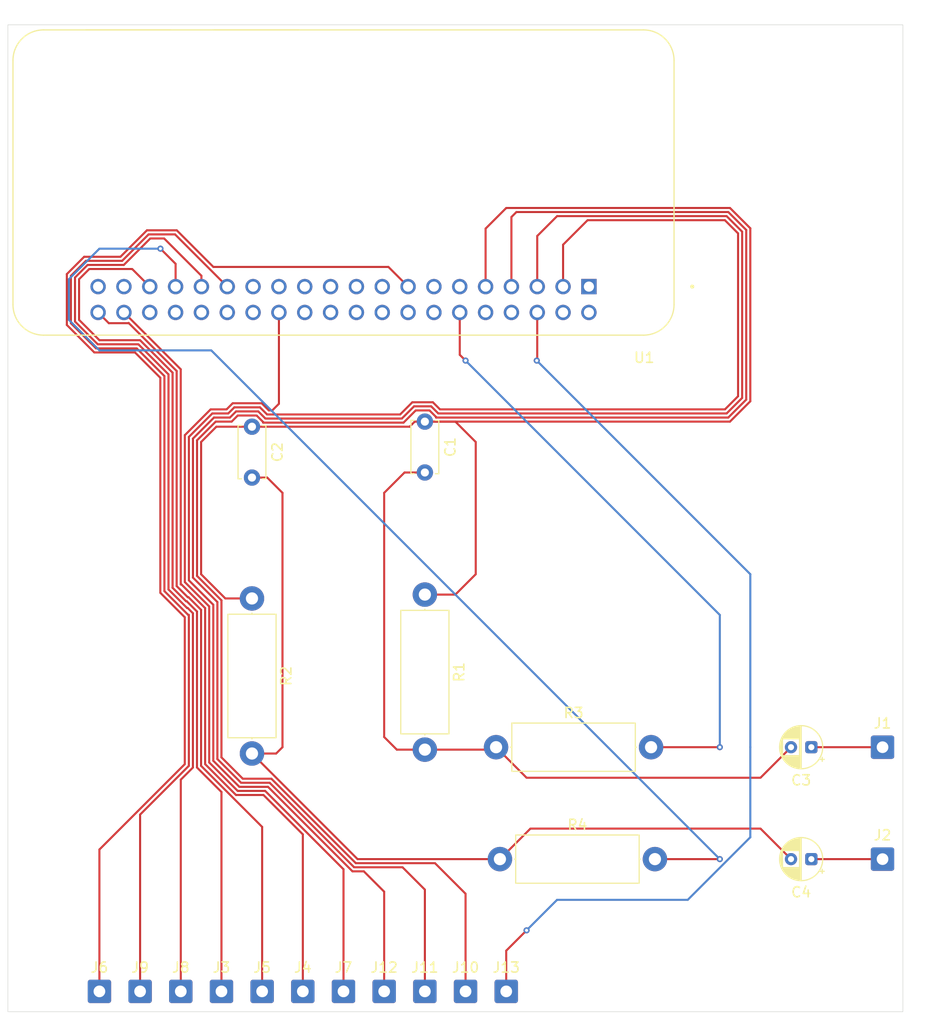
<source format=kicad_pcb>
(kicad_pcb (version 20241229) (generator "pcbnew") (generator_version "9.0")
  (layers (0 "F.Cu" signal) (2 "B.Cu" signal) (13 "F.Paste" user) (15 "B.Paste" user) (5 "F.SilkS" user "F.Silkscreen") (7 "B.SilkS" user "B.Silkscreen") (1 "F.Mask" user) (3 "B.Mask" user) (25 "Edge.Cuts" user))
  (net 0 "")
  (net 1 "Net-(C1-Pad2)")
  (net 2 "Net-(U1-GND_9)")
  (net 3 "Net-(C2-Pad2)")
  (net 4 "Net-(J1-Pin_1)")
  (net 5 "Net-(J2-Pin_1)")
  (net 6 "Net-(J3-Pin_1)")
  (net 7 "Net-(J4-Pin_1)")
  (net 8 "Net-(J5-Pin_1)")
  (net 9 "Net-(J6-Pin_1)")
  (net 10 "Net-(J7-Pin_1)")
  (net 11 "Net-(J8-Pin_1)")
  (net 12 "Net-(J9-Pin_1)")
  (net 13 "Net-(J10-Pin_1)")
  (net 14 "Net-(J11-Pin_1)")
  (net 15 "Net-(J12-Pin_1)")
  (net 16 "GND")
  (net 17 "Net-(U1-GPIO18{slash}GPIO_GEN1)")
  (net 18 "Net-(U1-GPIO13)")
  (net 41 "+5V")
  (footprint "Connector_Wire:SolderWire-0.5sqmm_1x01_D0.9mm_OD2.3mm" (layer "F.Cu") (at 132 133)
    (property "Reference" "J8" (at 0 -2.35 0) (layer "F.SilkS"))
    (property "Value" "Conn_01x01_Pin")
    (pad "1" thru_hole roundrect (at 0 0) (size 2.3 2.3) (drill 1.15) (layers "*.Cu" "*.Mask") (roundrect_rratio 0.108696) (net 11 "Net-(J8-Pin_1)"))
  )
  (footprint "Capacitor_THT:C_Disc_D5.0mm_W2.5mm_P5.00mm" (layer "F.Cu") (at 139 77.5 -90)
    (property "Reference" "C2" (at 2.5 -2.5 90) (layer "F.SilkS"))
    (property "Value" "0.01 uf")
    (pad "1" thru_hole circle (at 0 0 270) (size 1.6 1.6) (drill 0.8) (layers "*.Cu" "*.Mask") (net 2 "Net-(U1-GND_9)"))
    (pad "2" thru_hole circle (at 5 0 270) (size 1.6 1.6) (drill 0.8) (layers "*.Cu" "*.Mask") (net 3 "Net-(C2-Pad2)"))
  )
  (footprint "Capacitor_THT:CP_Radial_D4.0mm_P2.00mm" (layer "F.Cu") (at 194 109 180)
    (property "Reference" "C3" (at 1 -3.25 0) (layer "F.SilkS"))
    (property "Value" "10 uf")
    (pad "1" thru_hole roundrect (at 0 0 180) (size 1.2 1.2) (drill 0.6) (layers "*.Cu" "*.Mask") (roundrect_rratio 0.208333) (net 4 "Net-(J1-Pin_1)"))
    (pad "2" thru_hole circle (at 2 0 180) (size 1.2 1.2) (drill 0.6) (layers "*.Cu" "*.Mask") (net 1 "Net-(C1-Pad2)"))
  )
  (footprint "Connector_Wire:SolderWire-0.5sqmm_1x01_D0.9mm_OD2.3mm" (layer "F.Cu") (at 124 133)
    (property "Reference" "J6" (at 0 -2.35 0) (layer "F.SilkS"))
    (property "Value" "Conn_01x01_Pin")
    (pad "1" thru_hole roundrect (at 0 0) (size 2.3 2.3) (drill 1.15) (layers "*.Cu" "*.Mask") (roundrect_rratio 0.108696) (net 9 "Net-(J6-Pin_1)"))
  )
  (footprint "Connector_Wire:SolderWire-0.5sqmm_1x01_D0.9mm_OD2.3mm" (layer "F.Cu") (at 164 133)
    (property "Reference" "J13" (at 0 -2.35 0) (layer "F.SilkS"))
    (property "Value" "Conn_01x01_Pin")
    (pad "1" thru_hole roundrect (at 0 0) (size 2.3 2.3) (drill 1.15) (layers "*.Cu" "*.Mask") (roundrect_rratio 0.108696) (net 16 "GND"))
  )
  (footprint "Connector_Wire:SolderWire-0.5sqmm_1x01_D0.9mm_OD2.3mm" (layer "F.Cu") (at 136 133)
    (property "Reference" "J3" (at 0 -2.35 0) (layer "F.SilkS"))
    (property "Value" "Conn_01x01_Pin")
    (pad "1" thru_hole roundrect (at 0 0) (size 2.3 2.3) (drill 1.15) (layers "*.Cu" "*.Mask") (roundrect_rratio 0.108696) (net 6 "Net-(J3-Pin_1)"))
  )
  (footprint "Connector_Wire:SolderWire-0.5sqmm_1x01_D0.9mm_OD2.3mm" (layer "F.Cu") (at 156 133)
    (property "Reference" "J11" (at 0 -2.35 0) (layer "F.SilkS"))
    (property "Value" "Conn_01x01_Pin")
    (pad "1" thru_hole roundrect (at 0 0) (size 2.3 2.3) (drill 1.15) (layers "*.Cu" "*.Mask") (roundrect_rratio 0.108696) (net 14 "Net-(J11-Pin_1)"))
  )
  (footprint "Connector_Wire:SolderWire-0.5sqmm_1x01_D0.9mm_OD2.3mm" (layer "F.Cu") (at 152 133)
    (property "Reference" "J12" (at 0 -2.35 0) (layer "F.SilkS"))
    (property "Value" "Conn_01x01_Pin")
    (pad "1" thru_hole roundrect (at 0 0) (size 2.3 2.3) (drill 1.15) (layers "*.Cu" "*.Mask") (roundrect_rratio 0.108696) (net 15 "Net-(J12-Pin_1)"))
  )
  (footprint "Resistor_THT:R_Axial_DIN0414_L11.9mm_D4.5mm_P15.24mm_Horizontal" (layer "F.Cu") (at 163.38 120)
    (property "Reference" "R4" (at 7.62 -3.37 0) (layer "F.SilkS"))
    (property "Value" "270 Ohm")
    (pad "1" thru_hole circle (at 0 0) (size 2.4 2.4) (drill 1.2) (layers "*.Cu" "*.Mask") (net 3 "Net-(C2-Pad2)"))
    (pad "2" thru_hole circle (at 15.24 0) (size 2.4 2.4) (drill 1.2) (layers "*.Cu" "*.Mask") (net 18 "Net-(U1-GPIO13)"))
  )
  (footprint "Connector_Wire:SolderWire-0.5sqmm_1x01_D0.9mm_OD2.3mm" (layer "F.Cu") (at 128 133)
    (property "Reference" "J9" (at 0 -2.35 0) (layer "F.SilkS"))
    (property "Value" "Conn_01x01_Pin")
    (pad "1" thru_hole roundrect (at 0 0) (size 2.3 2.3) (drill 1.15) (layers "*.Cu" "*.Mask") (roundrect_rratio 0.108696) (net 12 "Net-(J9-Pin_1)"))
  )
  (footprint "Connector_Wire:SolderWire-0.5sqmm_1x01_D0.9mm_OD2.3mm" (layer "F.Cu") (at 140 133)
    (property "Reference" "J5" (at 0 -2.35 0) (layer "F.SilkS"))
    (property "Value" "Conn_01x01_Pin")
    (pad "1" thru_hole roundrect (at 0 0) (size 2.3 2.3) (drill 1.15) (layers "*.Cu" "*.Mask") (roundrect_rratio 0.108696) (net 8 "Net-(J5-Pin_1)"))
  )
  (footprint "Resistor_THT:R_Axial_DIN0414_L11.9mm_D4.5mm_P15.24mm_Horizontal" (layer "F.Cu") (at 156 94 -90)
    (property "Reference" "R1" (at 7.62 -3.37 90) (layer "F.SilkS"))
    (property "Value" "150 Ohm")
    (pad "1" thru_hole circle (at 0 0 270) (size 2.4 2.4) (drill 1.2) (layers "*.Cu" "*.Mask") (net 2 "Net-(U1-GND_9)"))
    (pad "2" thru_hole circle (at 15.24 0 270) (size 2.4 2.4) (drill 1.2) (layers "*.Cu" "*.Mask") (net 1 "Net-(C1-Pad2)"))
  )
  (footprint "Connector_Wire:SolderWire-0.5sqmm_1x01_D0.9mm_OD2.3mm" (layer "F.Cu") (at 160 133)
    (property "Reference" "J10" (at 0 -2.35 0) (layer "F.SilkS"))
    (property "Value" "Conn_01x01_Pin")
    (pad "1" thru_hole roundrect (at 0 0) (size 2.3 2.3) (drill 1.15) (layers "*.Cu" "*.Mask") (roundrect_rratio 0.108696) (net 13 "Net-(J10-Pin_1)"))
  )
  (footprint "Connector_Wire:SolderWire-0.5sqmm_1x01_D0.9mm_OD2.3mm" (layer "F.Cu") (at 148 133)
    (property "Reference" "J7" (at 0 -2.35 0) (layer "F.SilkS"))
    (property "Value" "Conn_01x01_Pin")
    (pad "1" thru_hole roundrect (at 0 0) (size 2.3 2.3) (drill 1.15) (layers "*.Cu" "*.Mask") (roundrect_rratio 0.108696) (net 10 "Net-(J7-Pin_1)"))
  )
  (footprint "Connector_Wire:SolderWire-0.5sqmm_1x01_D0.9mm_OD2.3mm" (layer "F.Cu") (at 201 109)
    (property "Reference" "J1" (at 0 -2.35 0) (layer "F.SilkS"))
    (property "Value" "Conn_01x01_Pin")
    (pad "1" thru_hole roundrect (at 0 0) (size 2.3 2.3) (drill 1.15) (layers "*.Cu" "*.Mask") (roundrect_rratio 0.108696) (net 4 "Net-(J1-Pin_1)"))
  )
  (footprint "Capacitor_THT:C_Disc_D5.0mm_W2.5mm_P5.00mm" (layer "F.Cu") (at 156 77 -90)
    (property "Reference" "C1" (at 2.5 -2.5 90) (layer "F.SilkS"))
    (property "Value" "0.01 uf")
    (pad "1" thru_hole circle (at 0 0 270) (size 1.6 1.6) (drill 0.8) (layers "*.Cu" "*.Mask") (net 2 "Net-(U1-GND_9)"))
    (pad "2" thru_hole circle (at 5 0 270) (size 1.6 1.6) (drill 0.8) (layers "*.Cu" "*.Mask") (net 1 "Net-(C1-Pad2)"))
  )
  (footprint "Connector_Wire:SolderWire-0.5sqmm_1x01_D0.9mm_OD2.3mm" (layer "F.Cu") (at 144 133)
    (property "Reference" "J4" (at 0 -2.35 0) (layer "F.SilkS"))
    (property "Value" "Conn_01x01_Pin")
    (pad "1" thru_hole roundrect (at 0 0) (size 2.3 2.3) (drill 1.15) (layers "*.Cu" "*.Mask") (roundrect_rratio 0.108696) (net 7 "Net-(J4-Pin_1)"))
  )
  (footprint "Connector_Wire:SolderWire-0.5sqmm_1x01_D0.9mm_OD2.3mm" (layer "F.Cu") (at 201 120)
    (property "Reference" "J2" (at 0 -2.35 0) (layer "F.SilkS"))
    (property "Value" "Conn_01x01_Pin")
    (pad "1" thru_hole roundrect (at 0 0) (size 2.3 2.3) (drill 1.15) (layers "*.Cu" "*.Mask") (roundrect_rratio 0.108696) (net 5 "Net-(J2-Pin_1)"))
  )
  (footprint "Resistor_THT:R_Axial_DIN0414_L11.9mm_D4.5mm_P15.24mm_Horizontal" (layer "F.Cu") (at 163 109)
    (property "Reference" "R3" (at 7.62 -3.37 0) (layer "F.SilkS"))
    (property "Value" "270 Ohm")
    (pad "1" thru_hole circle (at 0 0) (size 2.4 2.4) (drill 1.2) (layers "*.Cu" "*.Mask") (net 1 "Net-(C1-Pad2)"))
    (pad "2" thru_hole circle (at 15.24 0) (size 2.4 2.4) (drill 1.2) (layers "*.Cu" "*.Mask") (net 17 "Net-(U1-GPIO18{slash}GPIO_GEN1)"))
  )
  (footprint "RASPBERRY_PI_ZERO_2_W:MODULE_RASPBERRY_PI_ZERO_2_W" (layer "F.Cu") (at 148 53.5 180)
    (property "Reference" "U1" (at -29.569 -17.2162 0) (layer "F.SilkS") (effects (font (size 1.00189 1.00189))))
    (property "Value" "RASPBERRY_PI_ZERO_2_W")
    (pad "" np_thru_hole circle (at -29 -11.5 180) (size 2.75 2.75) (drill 2.75) (layers "*.Cu" "*.Mask"))
    (pad "" np_thru_hole circle (at -29 11.5 180) (size 2.75 2.75) (drill 2.75) (layers "*.Cu" "*.Mask"))
    (pad "" np_thru_hole circle (at 29 -11.5 180) (size 2.75 2.75) (drill 2.75) (layers "*.Cu" "*.Mask"))
    (pad "" np_thru_hole circle (at 29 11.5 180) (size 2.75 2.75) (drill 2.75) (layers "*.Cu" "*.Mask"))
    (pad "1" thru_hole rect (at -24.13 -10.23 180) (size 1.508 1.508) (drill 1) (layers "*.Cu" "*.Mask"))
    (pad "2" thru_hole circle (at -24.13 -12.77 180) (size 1.508 1.508) (drill 1) (layers "*.Cu" "*.Mask") (net 41 "+5V"))
    (pad "3" thru_hole circle (at -21.59 -10.23 180) (size 1.508 1.508) (drill 1) (layers "*.Cu" "*.Mask") (net 15 "Net-(J12-Pin_1)"))
    (pad "4" thru_hole circle (at -21.59 -12.77 180) (size 1.508 1.508) (drill 1) (layers "*.Cu" "*.Mask"))
    (pad "5" thru_hole circle (at -19.05 -10.23 180) (size 1.508 1.508) (drill 1) (layers "*.Cu" "*.Mask") (net 14 "Net-(J11-Pin_1)"))
    (pad "6" thru_hole circle (at -19.05 -12.77 180) (size 1.508 1.508) (drill 1) (layers "*.Cu" "*.Mask") (net 16 "GND"))
    (pad "7" thru_hole circle (at -16.51 -10.23 180) (size 1.508 1.508) (drill 1) (layers "*.Cu" "*.Mask") (net 13 "Net-(J10-Pin_1)"))
    (pad "8" thru_hole circle (at -16.51 -12.77 180) (size 1.508 1.508) (drill 1) (layers "*.Cu" "*.Mask"))
    (pad "9" thru_hole circle (at -13.97 -10.23 180) (size 1.508 1.508) (drill 1) (layers "*.Cu" "*.Mask") (net 2 "Net-(U1-GND_9)"))
    (pad "10" thru_hole circle (at -13.97 -12.77 180) (size 1.508 1.508) (drill 1) (layers "*.Cu" "*.Mask"))
    (pad "11" thru_hole circle (at -11.43 -10.23 180) (size 1.508 1.508) (drill 1) (layers "*.Cu" "*.Mask"))
    (pad "12" thru_hole circle (at -11.43 -12.77 180) (size 1.508 1.508) (drill 1) (layers "*.Cu" "*.Mask") (net 17 "Net-(U1-GPIO18{slash}GPIO_GEN1)"))
    (pad "13" thru_hole circle (at -8.89 -10.23 180) (size 1.508 1.508) (drill 1) (layers "*.Cu" "*.Mask"))
    (pad "14" thru_hole circle (at -8.89 -12.77 180) (size 1.508 1.508) (drill 1) (layers "*.Cu" "*.Mask"))
    (pad "15" thru_hole circle (at -6.35 -10.23 180) (size 1.508 1.508) (drill 1) (layers "*.Cu" "*.Mask") (net 9 "Net-(J6-Pin_1)"))
    (pad "16" thru_hole circle (at -6.35 -12.77 180) (size 1.508 1.508) (drill 1) (layers "*.Cu" "*.Mask"))
    (pad "17" thru_hole circle (at -3.81 -10.23 180) (size 1.508 1.508) (drill 1) (layers "*.Cu" "*.Mask"))
    (pad "18" thru_hole circle (at -3.81 -12.77 180) (size 1.508 1.508) (drill 1) (layers "*.Cu" "*.Mask"))
    (pad "19" thru_hole circle (at -1.27 -10.23 180) (size 1.508 1.508) (drill 1) (layers "*.Cu" "*.Mask"))
    (pad "20" thru_hole circle (at -1.27 -12.77 180) (size 1.508 1.508) (drill 1) (layers "*.Cu" "*.Mask"))
    (pad "21" thru_hole circle (at 1.27 -10.23 180) (size 1.508 1.508) (drill 1) (layers "*.Cu" "*.Mask"))
    (pad "22" thru_hole circle (at 1.27 -12.77 180) (size 1.508 1.508) (drill 1) (layers "*.Cu" "*.Mask"))
    (pad "23" thru_hole circle (at 3.81 -10.23 180) (size 1.508 1.508) (drill 1) (layers "*.Cu" "*.Mask"))
    (pad "24" thru_hole circle (at 3.81 -12.77 180) (size 1.508 1.508) (drill 1) (layers "*.Cu" "*.Mask"))
    (pad "25" thru_hole circle (at 6.35 -10.23 180) (size 1.508 1.508) (drill 1) (layers "*.Cu" "*.Mask"))
    (pad "26" thru_hole circle (at 6.35 -12.77 180) (size 1.508 1.508) (drill 1) (layers "*.Cu" "*.Mask") (net 10 "Net-(J7-Pin_1)"))
    (pad "27" thru_hole circle (at 8.89 -10.23 180) (size 1.508 1.508) (drill 1) (layers "*.Cu" "*.Mask"))
    (pad "28" thru_hole circle (at 8.89 -12.77 180) (size 1.508 1.508) (drill 1) (layers "*.Cu" "*.Mask"))
    (pad "29" thru_hole circle (at 11.43 -10.23 180) (size 1.508 1.508) (drill 1) (layers "*.Cu" "*.Mask") (net 12 "Net-(J9-Pin_1)"))
    (pad "30" thru_hole circle (at 11.43 -12.77 180) (size 1.508 1.508) (drill 1) (layers "*.Cu" "*.Mask"))
    (pad "31" thru_hole circle (at 13.97 -10.23 180) (size 1.508 1.508) (drill 1) (layers "*.Cu" "*.Mask") (net 11 "Net-(J8-Pin_1)"))
    (pad "32" thru_hole circle (at 13.97 -12.77 180) (size 1.508 1.508) (drill 1) (layers "*.Cu" "*.Mask"))
    (pad "33" thru_hole circle (at 16.51 -10.23 180) (size 1.508 1.508) (drill 1) (layers "*.Cu" "*.Mask") (net 18 "Net-(U1-GPIO13)"))
    (pad "34" thru_hole circle (at 16.51 -12.77 180) (size 1.508 1.508) (drill 1) (layers "*.Cu" "*.Mask"))
    (pad "35" thru_hole circle (at 19.05 -10.23 180) (size 1.508 1.508) (drill 1) (layers "*.Cu" "*.Mask") (net 6 "Net-(J3-Pin_1)"))
    (pad "36" thru_hole circle (at 19.05 -12.77 180) (size 1.508 1.508) (drill 1) (layers "*.Cu" "*.Mask"))
    (pad "37" thru_hole circle (at 21.59 -10.23 180) (size 1.508 1.508) (drill 1) (layers "*.Cu" "*.Mask"))
    (pad "38" thru_hole circle (at 21.59 -12.77 180) (size 1.508 1.508) (drill 1) (layers "*.Cu" "*.Mask") (net 7 "Net-(J4-Pin_1)"))
    (pad "39" thru_hole circle (at 24.13 -10.23 180) (size 1.508 1.508) (drill 1) (layers "*.Cu" "*.Mask"))
    (pad "40" thru_hole circle (at 24.13 -12.77 180) (size 1.508 1.508) (drill 1) (layers "*.Cu" "*.Mask") (net 8 "Net-(J5-Pin_1)"))
  )
  (footprint "Capacitor_THT:CP_Radial_D4.0mm_P2.00mm" (layer "F.Cu") (at 194 120 180)
    (property "Reference" "C4" (at 1 -3.25 0) (layer "F.SilkS"))
    (property "Value" "10 uf")
    (pad "1" thru_hole roundrect (at 0 0 180) (size 1.2 1.2) (drill 0.6) (layers "*.Cu" "*.Mask") (roundrect_rratio 0.208333) (net 5 "Net-(J2-Pin_1)"))
    (pad "2" thru_hole circle (at 2 0 180) (size 1.2 1.2) (drill 0.6) (layers "*.Cu" "*.Mask") (net 3 "Net-(C2-Pad2)"))
  )
  (footprint "Resistor_THT:R_Axial_DIN0414_L11.9mm_D4.5mm_P15.24mm_Horizontal" (layer "F.Cu") (at 139 94.38 -90)
    (property "Reference" "R2" (at 7.62 -3.37 90) (layer "F.SilkS"))
    (property "Value" "150 Ohm")
    (pad "1" thru_hole circle (at 0 0 270) (size 2.4 2.4) (drill 1.2) (layers "*.Cu" "*.Mask") (net 2 "Net-(U1-GND_9)"))
    (pad "2" thru_hole circle (at 15.24 0 270) (size 2.4 2.4) (drill 1.2) (layers "*.Cu" "*.Mask") (net 3 "Net-(C2-Pad2)"))
  )
  (gr_rect (start 115 38) (end 203 135) (stroke (width 0.05)) (fill no) (layer "Edge.Cuts"))
  (segment (start 152 84) (end 152 108) (width 0.2) (layer "F.Cu") (net 1))
  (segment (start 156 109.24) (end 162.76 109.24) (width 0.2) (layer "F.Cu") (net 1))
  (segment (start 153.24 109.24) (end 156 109.24) (width 0.2) (layer "F.Cu") (net 1))
  (segment (start 166 112) (end 189 112) (width 0.2) (layer "F.Cu") (net 1))
  (segment (start 162.76 109.24) (end 163 109) (width 0.2) (layer "F.Cu") (net 1))
  (segment (start 189 112) (end 192 109) (width 0.2) (layer "F.Cu") (net 1))
  (segment (start 163 109) (end 166 112) (width 0.2) (layer "F.Cu") (net 1))
  (segment (start 154 82) (end 152 84) (width 0.2) (layer "F.Cu") (net 1))
  (segment (start 156 82) (end 154 82) (width 0.2) (layer "F.Cu") (net 1))
  (segment (start 152 108) (end 153.24 109.24) (width 0.2) (layer "F.Cu") (net 1))
  (segment (start 139 77.5) (end 135.5 77.5) (width 0.2) (layer "F.Cu") (net 2))
  (segment (start 161 92) (end 159 94) (width 0.2) (layer "F.Cu") (net 2))
  (segment (start 155 77) (end 154.5 77.5) (width 0.2) (layer "F.Cu") (net 2))
  (segment (start 161 79) (end 161 92) (width 0.2) (layer "F.Cu") (net 2))
  (segment (start 134 92) (end 136.38 94.38) (width 0.2) (layer "F.Cu") (net 2))
  (segment (start 186 56) (end 188 58) (width 0.2) (layer "F.Cu") (net 2))
  (segment (start 186 77) (end 156 77) (width 0.2) (layer "F.Cu") (net 2))
  (segment (start 135.5 77.5) (end 134 79) (width 0.2) (layer "F.Cu") (net 2))
  (segment (start 156 77) (end 155 77) (width 0.2) (layer "F.Cu") (net 2))
  (segment (start 159 94) (end 156 94) (width 0.2) (layer "F.Cu") (net 2))
  (segment (start 136.38 94.38) (end 139 94.38) (width 0.2) (layer "F.Cu") (net 2))
  (segment (start 159 77) (end 161 79) (width 0.2) (layer "F.Cu") (net 2))
  (segment (start 188 58) (end 188 75) (width 0.2) (layer "F.Cu") (net 2))
  (segment (start 156 77) (end 159 77) (width 0.2) (layer "F.Cu") (net 2))
  (segment (start 164 56) (end 186 56) (width 0.2) (layer "F.Cu") (net 2))
  (segment (start 154.5 77.5) (end 139 77.5) (width 0.2) (layer "F.Cu") (net 2))
  (segment (start 161.97 63.73) (end 161.97 58.03) (width 0.2) (layer "F.Cu") (net 2))
  (segment (start 188 75) (end 186 77) (width 0.2) (layer "F.Cu") (net 2))
  (segment (start 161.97 58.03) (end 164 56) (width 0.2) (layer "F.Cu") (net 2))
  (segment (start 134 79) (end 134 92) (width 0.2) (layer "F.Cu") (net 2))
  (segment (start 163.38 120) (end 166.38 117) (width 0.2) (layer "F.Cu") (net 3))
  (segment (start 163.38 120) (end 149.38 120) (width 0.2) (layer "F.Cu") (net 3))
  (segment (start 140.5 82.5) (end 142 84) (width 0.2) (layer "F.Cu") (net 3))
  (segment (start 142 109) (end 141.38 109.62) (width 0.2) (layer "F.Cu") (net 3))
  (segment (start 166.38 117) (end 189 117) (width 0.2) (layer "F.Cu") (net 3))
  (segment (start 139 82.5) (end 140.5 82.5) (width 0.2) (layer "F.Cu") (net 3))
  (segment (start 189 117) (end 192 120) (width 0.2) (layer "F.Cu") (net 3))
  (segment (start 141.38 109.62) (end 139 109.62) (width 0.2) (layer "F.Cu") (net 3))
  (segment (start 142 84) (end 142 109) (width 0.2) (layer "F.Cu") (net 3))
  (segment (start 149.38 120) (end 139 109.62) (width 0.2) (layer "F.Cu") (net 3))
  (segment (start 194 109) (end 201 109) (width 0.2) (layer "F.Cu") (net 4))
  (segment (start 194 120) (end 201 120) (width 0.2) (layer "F.Cu") (net 5))
  (segment (start 129.0058 70) (end 131.193 72.1872) (width 0.2) (layer "F.Cu") (net 6))
  (segment (start 133.594 110.9966) (end 136 113.4026) (width 0.2) (layer "F.Cu") (net 6))
  (segment (start 122 67) (end 124 69) (width 0.2) (layer "F.Cu") (net 6))
  (segment (start 128.95 63.73) (end 127.22 62) (width 0.2) (layer "F.Cu") (net 6))
  (segment (start 122 63) (end 122 67) (width 0.2) (layer "F.Cu") (net 6))
  (segment (start 131.193 72.1872) (end 131.193 93.3272) (width 0.2) (layer "F.Cu") (net 6))
  (segment (start 123 62) (end 122 63) (width 0.2) (layer "F.Cu") (net 6))
  (segment (start 132.58225 94.65265) (end 133.594 95.6644) (width 0.2) (layer "F.Cu") (net 6))
  (segment (start 129 70) (end 129.0058 70) (width 0.2) (layer "F.Cu") (net 6))
  (segment (start 136 113.4026) (end 136 133) (width 0.2) (layer "F.Cu") (net 6))
  (segment (start 127.22 62) (end 123 62) (width 0.2) (layer "F.Cu") (net 6))
  (segment (start 124 69) (end 128 69) (width 0.2) (layer "F.Cu") (net 6))
  (segment (start 131.193 93.3272) (end 132.51845 94.65265) (width 0.2) (layer "F.Cu") (net 6))
  (segment (start 132.51845 94.65265) (end 132.58225 94.65265) (width 0.2) (layer "F.Cu") (net 6))
  (segment (start 128 69) (end 129 70) (width 0.2) (layer "F.Cu") (net 6))
  (segment (start 133.594 95.6644) (end 133.594 110.9966) (width 0.2) (layer "F.Cu") (net 6))
  (segment (start 134.396 95.3322) (end 134.396 110.6644) (width 0.2) (layer "F.Cu") (net 7))
  (segment (start 132.0638 93) (end 134.396 95.3322) (width 0.2) (layer "F.Cu") (net 7))
  (segment (start 134.396 110.6644) (end 137.42915 113.69755) (width 0.2) (layer "F.Cu") (net 7))
  (segment (start 131.995 71.855) (end 131.995 92.995) (width 0.2) (layer "F.Cu") (net 7))
  (segment (start 137.42915 113.69755) (end 140.13045 113.69755) (width 0.2) (layer "F.Cu") (net 7))
  (segment (start 131.995 92.995) (end 132 93) (width 0.2) (layer "F.Cu") (net 7))
  (segment (start 144 117.5671) (end 144 133) (width 0.2) (layer "F.Cu") (net 7))
  (segment (start 132 93) (end 132.0638 93) (width 0.2) (layer "F.Cu") (net 7))
  (segment (start 140.13045 113.69755) (end 144 117.5671) (width 0.2) (layer "F.Cu") (net 7))
  (segment (start 126.41 66.27) (end 131.995 71.855) (width 0.2) (layer "F.Cu") (net 7))
  (segment (start 126.872448 67.299548) (end 131.594 72.0211) (width 0.2) (layer "F.Cu") (net 8))
  (segment (start 131.594 72.0211) (end 131.594 93.1611) (width 0.2) (layer "F.Cu") (net 8))
  (segment (start 124.925 67.325) (end 126.846996 67.325) (width 0.2) (layer "F.Cu") (net 8))
  (segment (start 132.74835 94.25165) (end 133.995 95.4983) (width 0.2) (layer "F.Cu") (net 8))
  (segment (start 140 116.8355) (end 140 133) (width 0.2) (layer "F.Cu") (net 8))
  (segment (start 133.995 95.4983) (end 133.995 110.8305) (width 0.2) (layer "F.Cu") (net 8))
  (segment (start 123.87 66.27) (end 124.925 67.325) (width 0.2) (layer "F.Cu") (net 8))
  (segment (start 126.846996 67.325) (end 126.872448 67.299548) (width 0.2) (layer "F.Cu") (net 8))
  (segment (start 132.68455 94.25165) (end 132.74835 94.25165) (width 0.2) (layer "F.Cu") (net 8))
  (segment (start 131.594 93.1611) (end 132.68455 94.25165) (width 0.2) (layer "F.Cu") (net 8))
  (segment (start 133.995 110.8305) (end 140 116.8355) (width 0.2) (layer "F.Cu") (net 8))
  (segment (start 120.797 67.4983) (end 123.5017 70.203) (width 0.2) (layer "F.Cu") (net 9))
  (segment (start 126.0688 60.797) (end 122.5017 60.797) (width 0.2) (layer "F.Cu") (net 9))
  (segment (start 124 119.0588) (end 124 133) (width 0.2) (layer "F.Cu") (net 9))
  (segment (start 129.99 72.6913) (end 129.99 93.8255) (width 0.2) (layer "F.Cu") (net 9))
  (segment (start 120.797 62.5017) (end 120.797 67.4983) (width 0.2) (layer "F.Cu") (net 9))
  (segment (start 135.20355 61.79645) (end 131.6051 58.198) (width 0.2) (layer "F.Cu") (net 9))
  (segment (start 132.391 110.6678) (end 124 119.0588) (width 0.2) (layer "F.Cu") (net 9))
  (segment (start 122.5017 60.797) (end 120.797 62.5017) (width 0.2) (layer "F.Cu") (net 9))
  (segment (start 127.5017 70.203) (end 129.99 72.6913) (width 0.2) (layer "F.Cu") (net 9))
  (segment (start 123.5017 70.203) (end 127.5017 70.203) (width 0.2) (layer "F.Cu") (net 9))
  (segment (start 154.35 63.73) (end 152.41645 61.79645) (width 0.2) (layer "F.Cu") (net 9))
  (segment (start 129.99 93.8255) (end 132.391 96.2265) (width 0.2) (layer "F.Cu") (net 9))
  (segment (start 132.391 96.2265) (end 132.391 110.6678) (width 0.2) (layer "F.Cu") (net 9))
  (segment (start 152.41645 61.79645) (end 135.20355 61.79645) (width 0.2) (layer "F.Cu") (net 9))
  (segment (start 128.6678 58.198) (end 126.0688 60.797) (width 0.2) (layer "F.Cu") (net 9))
  (segment (start 131.6051 58.198) (end 128.6678 58.198) (width 0.2) (layer "F.Cu") (net 9))
  (segment (start 141 75.896) (end 140.65435 75.896) (width 0.2) (layer "F.Cu") (net 10))
  (segment (start 132.396 92.7651) (end 134.797 95.1661) (width 0.2) (layer "F.Cu") (net 10))
  (segment (start 140.65435 75.896) (end 139.95435 75.196) (width 0.2) (layer "F.Cu") (net 10))
  (segment (start 140.29655 113.29655) (end 148 121) (width 0.2) (layer "F.Cu") (net 10))
  (segment (start 141.65 75.246) (end 141 75.896) (width 0.2) (layer "F.Cu") (net 10))
  (segment (start 136.5017 75.797) (end 134.9346 75.797) (width 0.2) (layer "F.Cu") (net 10))
  (segment (start 139.95435 75.196) (end 137.1027 75.196) (width 0.2) (layer "F.Cu") (net 10))
  (segment (start 141.65 66.27) (end 141.65 75.246) (width 0.2) (layer "F.Cu") (net 10))
  (segment (start 132.396 78.3356) (end 132.396 92.7651) (width 0.2) (layer "F.Cu") (net 10))
  (segment (start 134.797 95.1661) (end 134.797 110.4983) (width 0.2) (layer "F.Cu") (net 10))
  (segment (start 134.797 110.4983) (end 137.59525 113.29655) (width 0.2) (layer "F.Cu") (net 10))
  (segment (start 134.9346 75.797) (end 132.396 78.3356) (width 0.2) (layer "F.Cu") (net 10))
  (segment (start 137.1027 75.196) (end 136.5017 75.797) (width 0.2) (layer "F.Cu") (net 10))
  (segment (start 137.59525 113.29655) (end 140.29655 113.29655) (width 0.2) (layer "F.Cu") (net 10))
  (segment (start 148 121) (end 148 133) (width 0.2) (layer "F.Cu") (net 10))
  (segment (start 134.03 62.663683) (end 130.366317 59) (width 0.2) (layer "F.Cu") (net 11))
  (segment (start 121.599 62.8339) (end 121.599 67.1661) (width 0.2) (layer "F.Cu") (net 11))
  (segment (start 130.366317 59) (end 129 59) (width 0.2) (layer "F.Cu") (net 11))
  (segment (start 132 112.193) (end 132 133) (width 0.2) (layer "F.Cu") (net 11))
  (segment (start 130.792 93.4933) (end 132.61745 95.31875) (width 0.2) (layer "F.Cu") (net 11))
  (segment (start 133.193 111) (end 132 112.193) (width 0.2) (layer "F.Cu") (net 11))
  (segment (start 133.193 95.8305) (end 133.193 111) (width 0.2) (layer "F.Cu") (net 11))
  (segment (start 127.8339 69.401) (end 130.792 72.3591) (width 0.2) (layer "F.Cu") (net 11))
  (segment (start 126.401 61.599) (end 122.8339 61.599) (width 0.2) (layer "F.Cu") (net 11))
  (segment (start 122.8339 61.599) (end 121.599 62.8339) (width 0.2) (layer "F.Cu") (net 11))
  (segment (start 123.8339 69.401) (end 127.8339 69.401) (width 0.2) (layer "F.Cu") (net 11))
  (segment (start 130.792 72.3591) (end 130.792 93.4933) (width 0.2) (layer "F.Cu") (net 11))
  (segment (start 129 59) (end 126.401 61.599) (width 0.2) (layer "F.Cu") (net 11))
  (segment (start 121.599 67.1661) (end 123.8339 69.401) (width 0.2) (layer "F.Cu") (net 11))
  (segment (start 132.61745 95.31875) (end 132.68125 95.31875) (width 0.2) (layer "F.Cu") (net 11))
  (segment (start 132.68125 95.31875) (end 133.193 95.8305) (width 0.2) (layer "F.Cu") (net 11))
  (segment (start 134.03 63.73) (end 134.03 62.663683) (width 0.2) (layer "F.Cu") (net 11))
  (segment (start 132.792 95.9966) (end 132.792 110.8339) (width 0.2) (layer "F.Cu") (net 12))
  (segment (start 130.391 93.6594) (end 132.7282 95.9966) (width 0.2) (layer "F.Cu") (net 12))
  (segment (start 131.439 58.599) (end 128.8339 58.599) (width 0.2) (layer "F.Cu") (net 12))
  (segment (start 128 115.6259) (end 128 133) (width 0.2) (layer "F.Cu") (net 12))
  (segment (start 121.198 67.3322) (end 123.6678 69.802) (width 0.2) (layer "F.Cu") (net 12))
  (segment (start 128.8339 58.599) (end 126.2349 61.198) (width 0.2) (layer "F.Cu") (net 12))
  (segment (start 122.6678 61.198) (end 121.198 62.6678) (width 0.2) (layer "F.Cu") (net 12))
  (segment (start 130.391 72.5252) (end 130.391 93.6594) (width 0.2) (layer "F.Cu") (net 12))
  (segment (start 132.7282 95.9966) (end 132.792 95.9966) (width 0.2) (layer "F.Cu") (net 12))
  (segment (start 126.2349 61.198) (end 122.6678 61.198) (width 0.2) (layer "F.Cu") (net 12))
  (segment (start 136.57 63.73) (end 131.439 58.599) (width 0.2) (layer "F.Cu") (net 12))
  (segment (start 132.792 110.8339) (end 128 115.6259) (width 0.2) (layer "F.Cu") (net 12))
  (segment (start 121.198 62.6678) (end 121.198 67.3322) (width 0.2) (layer "F.Cu") (net 12))
  (segment (start 123.6678 69.802) (end 127.6678 69.802) (width 0.2) (layer "F.Cu") (net 12))
  (segment (start 127.6678 69.802) (end 130.391 72.5252) (width 0.2) (layer "F.Cu") (net 12))
  (segment (start 149.2139 120.401) (end 157 120.401) (width 0.2) (layer "F.Cu") (net 13))
  (segment (start 156.45605 75.899) (end 155.101 75.899) (width 0.2) (layer "F.Cu") (net 13))
  (segment (start 140.101 77.04395) (end 139.45605 76.399) (width 0.2) (layer "F.Cu") (net 13))
  (segment (start 133.599 92.1661) (end 136 94.5671) (width 0.2) (layer "F.Cu") (net 13))
  (segment (start 135.4329 77) (end 133.599 78.8339) (width 0.2) (layer "F.Cu") (net 13))
  (segment (start 133.599 78.8339) (end 133.599 92.1661) (width 0.2) (layer "F.Cu") (net 13))
  (segment (start 157.101 76.54395) (end 156.45605 75.899) (width 0.2) (layer "F.Cu") (net 13))
  (segment (start 164.51 56.891) (end 165 56.401) (width 0.2) (layer "F.Cu") (net 13))
  (segment (start 140.90645 112.09355) (end 149.2139 120.401) (width 0.2) (layer "F.Cu") (net 13))
  (segment (start 185.8339 56.401) (end 187.599 58.1661) (width 0.2) (layer "F.Cu") (net 13))
  (segment (start 157.101 76.599) (end 157.101 76.54395) (width 0.2) (layer "F.Cu") (net 13))
  (segment (start 160 123.401) (end 160 133) (width 0.2) (layer "F.Cu") (net 13))
  (segment (start 164.51 63.73) (end 164.51 56.891) (width 0.2) (layer "F.Cu") (net 13))
  (segment (start 139.45605 76.399) (end 137.601 76.399) (width 0.2) (layer "F.Cu") (net 13))
  (segment (start 136 94.5671) (end 136 110) (width 0.2) (layer "F.Cu") (net 13))
  (segment (start 136 110) (end 138.09355 112.09355) (width 0.2) (layer "F.Cu") (net 13))
  (segment (start 138.09355 112.09355) (end 140.90645 112.09355) (width 0.2) (layer "F.Cu") (net 13))
  (segment (start 155.101 75.899) (end 153.901 77.099) (width 0.2) (layer "F.Cu") (net 13))
  (segment (start 187.599 74.8339) (end 185.8339 76.599) (width 0.2) (layer "F.Cu") (net 13))
  (segment (start 137.601 76.399) (end 137 77) (width 0.2) (layer "F.Cu") (net 13))
  (segment (start 140.101 77.099) (end 140.101 77.04395) (width 0.2) (layer "F.Cu") (net 13))
  (segment (start 185.8339 76.599) (end 157.101 76.599) (width 0.2) (layer "F.Cu") (net 13))
  (segment (start 157 120.401) (end 160 123.401) (width 0.2) (layer "F.Cu") (net 13))
  (segment (start 153.901 77.099) (end 140.101 77.099) (width 0.2) (layer "F.Cu") (net 13))
  (segment (start 137 77) (end 135.4329 77) (width 0.2) (layer "F.Cu") (net 13))
  (segment (start 165 56.401) (end 185.8339 56.401) (width 0.2) (layer "F.Cu") (net 13))
  (segment (start 187.599 58.1661) (end 187.599 74.8339) (width 0.2) (layer "F.Cu") (net 13))
  (segment (start 135.599 94.7332) (end 135.599 110.1661) (width 0.2) (layer "F.Cu") (net 14))
  (segment (start 167.05 58.752) (end 169 56.802) (width 0.2) (layer "F.Cu") (net 14))
  (segment (start 187.198 74.6678) (end 185.6678 76.198) (width 0.2) (layer "F.Cu") (net 14))
  (segment (start 135.599 110.1661) (end 137.92745 112.49455) (width 0.2) (layer "F.Cu") (net 14))
  (segment (start 157.32215 76.198) (end 156.62215 75.498) (width 0.2) (layer "F.Cu") (net 14))
  (segment (start 156.62215 75.498) (end 154.9349 75.498) (width 0.2) (layer "F.Cu") (net 14))
  (segment (start 149.0478 120.802) (end 153.802 120.802) (width 0.2) (layer "F.Cu") (net 14))
  (segment (start 154.9349 75.498) (end 153.7349 76.698) (width 0.2) (layer "F.Cu") (net 14))
  (segment (start 185.6678 56.802) (end 187.198 58.3322) (width 0.2) (layer "F.Cu") (net 14))
  (segment (start 156 123) (end 156 133) (width 0.2) (layer "F.Cu") (net 14))
  (segment (start 153.802 120.802) (end 156 123) (width 0.2) (layer "F.Cu") (net 14))
  (segment (start 185.6678 76.198) (end 157.32215 76.198) (width 0.2) (layer "F.Cu") (net 14))
  (segment (start 135.2668 76.599) (end 133.198 78.6678) (width 0.2) (layer "F.Cu") (net 14))
  (segment (start 140.32215 76.698) (end 139.62215 75.998) (width 0.2) (layer "F.Cu") (net 14))
  (segment (start 136.8339 76.599) (end 135.2668 76.599) (width 0.2) (layer "F.Cu") (net 14))
  (segment (start 133.198 92.3322) (end 135.599 94.7332) (width 0.2) (layer "F.Cu") (net 14))
  (segment (start 139.62215 75.998) (end 137.4349 75.998) (width 0.2) (layer "F.Cu") (net 14))
  (segment (start 169 56.802) (end 185.6678 56.802) (width 0.2) (layer "F.Cu") (net 14))
  (segment (start 153.7349 76.698) (end 140.32215 76.698) (width 0.2) (layer "F.Cu") (net 14))
  (segment (start 187.198 58.3322) (end 187.198 74.6678) (width 0.2) (layer "F.Cu") (net 14))
  (segment (start 167.05 63.73) (end 167.05 58.752) (width 0.2) (layer "F.Cu") (net 14))
  (segment (start 137.4349 75.998) (end 136.8339 76.599) (width 0.2) (layer "F.Cu") (net 14))
  (segment (start 140.74035 112.49455) (end 149.0478 120.802) (width 0.2) (layer "F.Cu") (net 14))
  (segment (start 133.198 78.6678) (end 133.198 92.3322) (width 0.2) (layer "F.Cu") (net 14))
  (segment (start 137.92745 112.49455) (end 140.74035 112.49455) (width 0.2) (layer "F.Cu") (net 14))
  (segment (start 185.5017 57.203) (end 186.797 58.4983) (width 0.2) (layer "F.Cu") (net 15))
  (segment (start 172 57.203) (end 185.5017 57.203) (width 0.2) (layer "F.Cu") (net 15))
  (segment (start 139.78825 75.597) (end 137.2688 75.597) (width 0.2) (layer "F.Cu") (net 15))
  (segment (start 132.797 92.599) (end 135.198 95) (width 0.2) (layer "F.Cu") (net 15))
  (segment (start 186.797 74.5017) (end 185.5017 75.797) (width 0.2) (layer "F.Cu") (net 15))
  (segment (start 157.48825 75.797) (end 156.78825 75.097) (width 0.2) (layer "F.Cu") (net 15))
  (segment (start 135.198 110.3322) (end 137.76135 112.89555) (width 0.2) (layer "F.Cu") (net 15))
  (segment (start 140.48825 76.297) (end 139.78825 75.597) (width 0.2) (layer "F.Cu") (net 15))
  (segment (start 150 121.203) (end 152 123.203) (width 0.2) (layer "F.Cu") (net 15))
  (segment (start 135.198 95) (end 135.198 110.3322) (width 0.2) (layer "F.Cu") (net 15))
  (segment (start 156.78825 75.097) (end 154.7688 75.097) (width 0.2) (layer "F.Cu") (net 15))
  (segment (start 185.5017 75.797) (end 157.48825 75.797) (width 0.2) (layer "F.Cu") (net 15))
  (segment (start 152 123.203) (end 152 133) (width 0.2) (layer "F.Cu") (net 15))
  (segment (start 135.1007 76.198) (end 132.797 78.5017) (width 0.2) (layer "F.Cu") (net 15))
  (segment (start 140.57425 112.89555) (end 148.8817 121.203) (width 0.2) (layer "F.Cu") (net 15))
  (segment (start 136.6678 76.198) (end 135.1007 76.198) (width 0.2) (layer "F.Cu") (net 15))
  (segment (start 169.59 59.613) (end 172 57.203) (width 0.2) (layer "F.Cu") (net 15))
  (segment (start 186.797 58.4983) (end 186.797 74.5017) (width 0.2) (layer "F.Cu") (net 15))
  (segment (start 137.76135 112.89555) (end 140.57425 112.89555) (width 0.2) (layer "F.Cu") (net 15))
  (segment (start 148.8817 121.203) (end 150 121.203) (width 0.2) (layer "F.Cu") (net 15))
  (segment (start 153.5688 76.297) (end 140.48825 76.297) (width 0.2) (layer "F.Cu") (net 15))
  (segment (start 154.7688 75.097) (end 153.5688 76.297) (width 0.2) (layer "F.Cu") (net 15))
  (segment (start 132.797 78.5017) (end 132.797 92.599) (width 0.2) (layer "F.Cu") (net 15))
  (segment (start 169.59 63.73) (end 169.59 59.613) (width 0.2) (layer "F.Cu") (net 15))
  (segment (start 137.2688 75.597) (end 136.6678 76.198) (width 0.2) (layer "F.Cu") (net 15))
  (segment (start 167.05 66.27) (end 167.05 70.95) (width 0.2) (layer "F.Cu") (net 16))
  (segment (start 166 127) (end 164 129) (width 0.2) (layer "F.Cu") (net 16))
  (segment (start 167.05 70.95) (end 167 71) (width 0.2) (layer "F.Cu") (net 16))
  (segment (start 164 129) (end 164 133) (width 0.2) (layer "F.Cu") (net 16))
  (via (at 166 127) (size 0.6) (drill 0.3) (layers "F.Cu" "B.Cu") (net 16))
  (via (at 167 71) (size 0.6) (drill 0.3) (layers "F.Cu" "B.Cu") (net 16))
  (segment (start 188 117.849943) (end 181.849943 124) (width 0.2) (layer "B.Cu") (net 16))
  (segment (start 169 124) (end 166 127) (width 0.2) (layer "B.Cu") (net 16))
  (segment (start 167 71) (end 188 92) (width 0.2) (layer "B.Cu") (net 16))
  (segment (start 181.849943 124) (end 169 124) (width 0.2) (layer "B.Cu") (net 16))
  (segment (start 188 92) (end 188 109) (width 0.2) (layer "B.Cu") (net 16))
  (segment (start 188 109) (end 188 117.849943) (width 0.2) (layer "B.Cu") (net 16))
  (segment (start 178.24 109) (end 185 109) (width 0.2) (layer "F.Cu") (net 17))
  (segment (start 159.43 70.43) (end 159.43 66.27) (width 0.2) (layer "F.Cu") (net 17))
  (segment (start 160 71) (end 159.43 70.43) (width 0.2) (layer "F.Cu") (net 17))
  (via (at 160 71) (size 0.6) (drill 0.3) (layers "F.Cu" "B.Cu") (net 17))
  (via (at 185 109) (size 0.6) (drill 0.3) (layers "F.Cu" "B.Cu") (net 17))
  (segment (start 185 109) (end 185 96) (width 0.2) (layer "B.Cu") (net 17))
  (segment (start 185 96) (end 160 71) (width 0.2) (layer "B.Cu") (net 17))
  (segment (start 130 60) (end 131.49 61.49) (width 0.2) (layer "F.Cu") (net 18))
  (segment (start 178.62 120) (end 185 120) (width 0.2) (layer "F.Cu") (net 18))
  (segment (start 131.49 61.49) (end 131.49 63.73) (width 0.2) (layer "F.Cu") (net 18))
  (via (at 185 120) (size 0.6) (drill 0.3) (layers "F.Cu" "B.Cu") (net 18))
  (via (at 130 60) (size 0.6) (drill 0.3) (layers "F.Cu" "B.Cu") (net 18))
  (segment (start 124 70) (end 121 67) (width 0.2) (layer "B.Cu") (net 18))
  (segment (start 185 120) (end 135 70) (width 0.2) (layer "B.Cu") (net 18))
  (segment (start 135 70) (end 124 70) (width 0.2) (layer "B.Cu") (net 18))
  (segment (start 124 60) (end 130 60) (width 0.2) (layer "B.Cu") (net 18))
  (segment (start 121 67) (end 121 63) (width 0.2) (layer "B.Cu") (net 18))
  (segment (start 121 63) (end 124 60) (width 0.2) (layer "B.Cu") (net 18))
)
</source>
